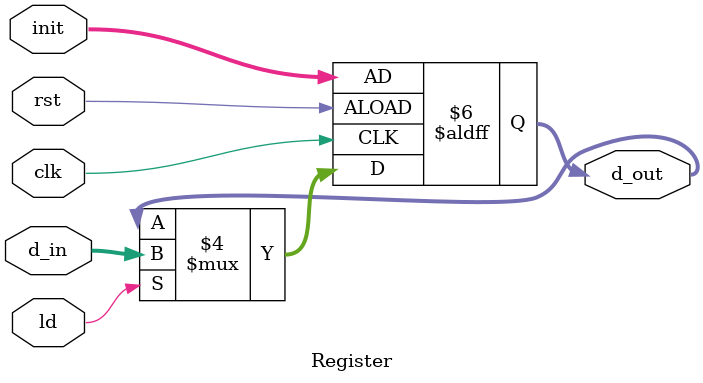
<source format=v>
module Register #(parameter n=16) (
  d_in, 
  rst, 
  ld, 
  clk,
  init, 
  d_out
);
  input  [n-1:0]        d_in;
  input                 rst, ld, clk;
  input [15:0] init;
  output reg [n-1:0]    d_out;
  
  always @(posedge clk, posedge rst) begin
    if (rst==1'b1)
      d_out <= init;
    else if (ld)
      d_out <= d_in;
    else
      d_out <= d_out;
  end
  
endmodule
</source>
